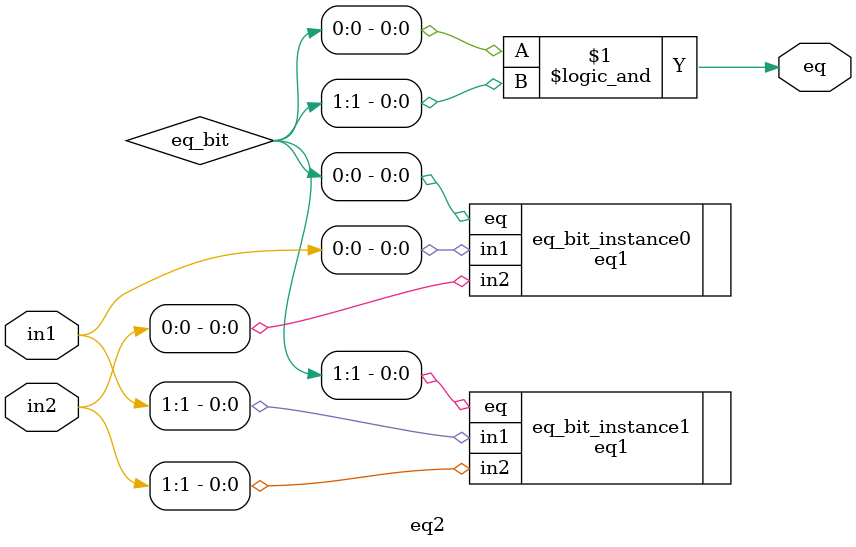
<source format=v>
module eq2 (in1, in2, eq);
	input [1:0] in1, in2;
	output eq;
	
	wire [1:0] eq_bit;
	eq1 eq_bit_instance0 (.in1(in1[0]), .in2(in2[0]), .eq(eq_bit[0]));
	eq1 eq_bit_instance1 (.in1(in1[1]), .in2(in2[1]), .eq(eq_bit[1]));
	
	assign eq = eq_bit[0] && eq_bit[1];
endmodule
</source>
